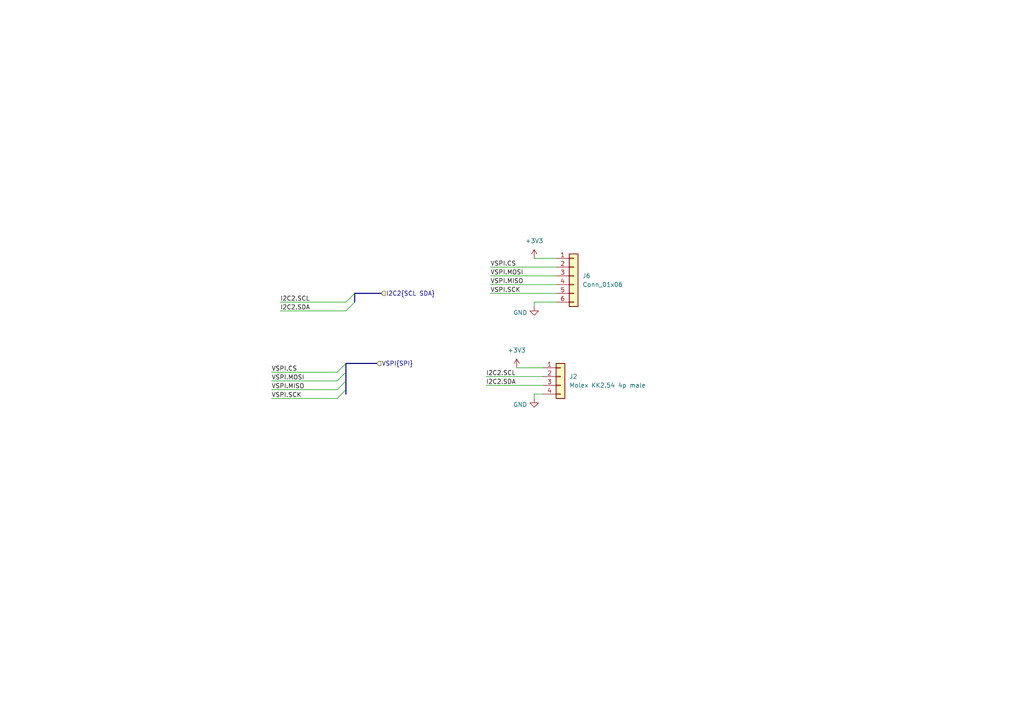
<source format=kicad_sch>
(kicad_sch (version 20231120) (generator "eeschema") (generator_version "8.0")
  (paper "A4")
  (title_block (date "2025-02-04") (rev "A") (company "Artem Horiunov") (comment 1 "DESIGNED IN POLAND"))
  (lib_symbols
    (symbol "Connector_Generic:Conn_01x04" (pin_names (offset 1.016) hide)
      (property "Reference" "J" (at 0 5.08 0))
      (property "Value" "Conn_01x04" (at 0 -7.62 0))
      (symbol "Conn_01x04_1_1"
        (rectangle (start -1.27 -4.953) (end 0 -5.207) (stroke (width 0.1524)))
        (rectangle (start -1.27 -2.413) (end 0 -2.667) (stroke (width 0.1524)))
        (rectangle (start -1.27 0.127) (end 0 -0.127) (stroke (width 0.1524)))
        (rectangle (start -1.27 2.667) (end 0 2.413) (stroke (width 0.1524)))
        (rectangle (start -1.27 3.81) (end 1.27 -6.35) (stroke (width 0.254)) (fill (type background)))
        (pin passive line (at -5.08 2.54 0) (length 3.81) (name "Pin_1") (number "1"))
        (pin passive line (at -5.08 0 0) (length 3.81) (name "Pin_2") (number "2"))
        (pin passive line (at -5.08 -2.54 0) (length 3.81) (name "Pin_3") (number "3"))
        (pin passive line (at -5.08 -5.08 0) (length 3.81) (name "Pin_4") (number "4"))
      )
    )
    (symbol "Connector_Generic:Conn_01x06" (pin_names (offset 1.016) hide)
      (property "Reference" "J" (at 0 7.62 0))
      (property "Value" "Conn_01x06" (at 0 -10.16 0))
      (symbol "Conn_01x06_1_1"
        (rectangle (start -1.27 -7.493) (end 0 -7.747) (stroke (width 0.1524)))
        (rectangle (start -1.27 -4.953) (end 0 -5.207) (stroke (width 0.1524)))
        (rectangle (start -1.27 -2.413) (end 0 -2.667) (stroke (width 0.1524)))
        (rectangle (start -1.27 0.127) (end 0 -0.127) (stroke (width 0.1524)))
        (rectangle (start -1.27 2.667) (end 0 2.413) (stroke (width 0.1524)))
        (rectangle (start -1.27 5.207) (end 0 4.953) (stroke (width 0.1524)))
        (rectangle (start -1.27 6.35) (end 1.27 -8.89) (stroke (width 0.254)) (fill (type background)))
        (pin passive line (at -5.08 5.08 0) (length 3.81) (name "Pin_1") (number "1"))
        (pin passive line (at -5.08 2.54 0) (length 3.81) (name "Pin_2") (number "2"))
        (pin passive line (at -5.08 0 0) (length 3.81) (name "Pin_3") (number "3"))
        (pin passive line (at -5.08 -2.54 0) (length 3.81) (name "Pin_4") (number "4"))
        (pin passive line (at -5.08 -5.08 0) (length 3.81) (name "Pin_5") (number "5"))
        (pin passive line (at -5.08 -7.62 0) (length 3.81) (name "Pin_6") (number "6"))
      )
    )
    (symbol "power:+3V3" (power) (pin_numbers hide) (pin_names (offset 0) hide)
      (property "Value" "+3V3" (at 0 3.556 0))
      (symbol "+3V3_0_1"
        (polyline (pts (xy -0.762 1.27) (xy 0 2.54)))
        (polyline (pts (xy 0 0) (xy 0 2.54)))
        (polyline (pts (xy 0 2.54) (xy 0.762 1.27)))
      )
      (symbol "+3V3_1_1"
        (pin power_in line (at 0 0 90) (length 0) (name "~") (number "1"))
      )
    )
    (symbol "power:GND" (power) (pin_numbers hide) (pin_names (offset 0) hide)
      (property "Value" "GND" (at 0 -3.81 0))
      (symbol "GND_0_1"
        (polyline (pts (xy 0 0) (xy 0 -1.27) (xy 1.27 -1.27) (xy 0 -2.54) (xy -1.27 -1.27) (xy 0 -1.27)))
      )
      (symbol "GND_1_1"
        (pin power_in line (at 0 0 270) (length 0) (name "~") (number "1"))
      )
    )
  )
  (bus_entry (at 100.33 110.49) (size -2.54 2.54))
  (bus_entry (at 100.33 113.03) (size -2.54 2.54))
  (bus_entry (at 102.87 85.09) (size -2.54 2.54))
  (bus_entry (at 100.33 107.95) (size -2.54 2.54))
  (bus_entry (at 102.87 87.63) (size -2.54 2.54))
  (bus_entry (at 100.33 105.41) (size -2.54 2.54))
  (wire (pts (xy 140.97 111.76) (xy 157.48 111.76)))
  (wire (pts (xy 142.24 85.09) (xy 161.29 85.09)))
  (wire (pts (xy 81.28 90.17) (xy 100.33 90.17)))
  (wire (pts (xy 154.94 74.93) (xy 161.29 74.93)))
  (wire (pts (xy 81.28 87.63) (xy 100.33 87.63)))
  (bus (pts (xy 100.33 110.49) (xy 100.33 113.03)))
  (wire (pts (xy 149.86 106.68) (xy 157.48 106.68)))
  (wire (pts (xy 154.94 114.3) (xy 157.48 114.3)))
  (wire (pts (xy 142.24 77.47) (xy 161.29 77.47)))
  (wire (pts (xy 78.74 115.57) (xy 97.79 115.57)))
  (wire (pts (xy 78.74 110.49) (xy 97.79 110.49)))
  (wire (pts (xy 140.97 109.22) (xy 157.48 109.22)))
  (bus (pts (xy 100.33 113.03) (xy 100.33 114.3)))
  (bus (pts (xy 100.33 105.41) (xy 100.33 107.95)))
  (wire (pts (xy 154.94 87.63) (xy 161.29 87.63)))
  (wire (pts (xy 154.94 88.9) (xy 154.94 87.63)))
  (bus (pts (xy 100.33 107.95) (xy 100.33 110.49)))
  (bus (pts (xy 110.49 85.09) (xy 102.87 85.09)))
  (wire (pts (xy 142.24 82.55) (xy 161.29 82.55)))
  (bus (pts (xy 102.87 85.09) (xy 102.87 87.63)))
  (wire (pts (xy 78.74 113.03) (xy 97.79 113.03)))
  (wire (pts (xy 78.74 107.95) (xy 97.79 107.95)))
  (wire (pts (xy 142.24 80.01) (xy 161.29 80.01)))
  (bus (pts (xy 109.22 105.41) (xy 100.33 105.41)))
  (wire (pts (xy 154.94 115.57) (xy 154.94 114.3)))
  (label "I2C2.SCL" (at 140.97 109.22 0))
  (label "VSPI.SCK" (at 142.24 85.09 0))
  (label "I2C2.SDA" (at 140.97 111.76 0))
  (label "VSPI.CS" (at 142.24 77.47 0))
  (label "VSPI.MISO" (at 78.74 113.03 0))
  (label "VSPI.MOSI" (at 78.74 110.49 0))
  (label "VSPI.MOSI" (at 142.24 80.01 0))
  (label "VSPI.SCK" (at 78.74 115.57 0))
  (label "I2C2.SCL" (at 81.28 87.63 0))
  (label "I2C2.SDA" (at 81.28 90.17 0))
  (label "VSPI.CS" (at 78.74 107.95 0))
  (label "VSPI.MISO" (at 142.24 82.55 0))
  (hierarchical_label "I2C2{SCL SDA}" (shape input) (at 110.49 85.09 0))
  (hierarchical_label "VSPI{SPI}" (shape input) (at 109.22 105.41 0))
  (symbol (lib_id "power:GND") (at 154.94 115.57 0) (unit 1)
    (property "Reference" "#PWR072" (effects (hide yes)))
    (property "Value" "GND" (at 150.876 117.348 0))
    (property "Description" "Power symbol creates a global label with name \"GND\" , ground" (effects (hide yes)))
  )
  (symbol (lib_id "Connector_Generic:Conn_01x04") (at 162.56 109.22 0) (unit 1)
    (property "Reference" "J2" (at 165.1 109.22 0) (effects (justify left)))
    (property "Value" "Molex KK2.54 4p male" (at 165.1 111.76 0) (effects (justify left)))
    (property "Footprint" "Connector_JST:JST_GH_BM04B-GHS-TBT_1x04-1MP_P1.25mm_Vertical" (effects (hide yes)))
    (property "Description" "Generic connector, single row, 01x04, script generated (kicad-library-utils/schlib/autogen/connector/)" (effects (hide yes)))
  )
  (symbol (lib_id "power:GND") (at 154.94 88.9 0) (unit 1)
    (property "Reference" "#PWR048" (effects (hide yes)))
    (property "Value" "GND" (at 150.876 90.678 0))
    (property "Description" "Power symbol creates a global label with name \"GND\" , ground" (effects (hide yes)))
  )
  (symbol (lib_id "Connector_Generic:Conn_01x06") (at 166.37 80.01 0) (unit 1)
    (property "Reference" "J6" (at 168.91 80.01 0) (effects (justify left)))
    (property "Value" "Conn_01x06" (at 168.91 82.55 0) (effects (justify left)))
    (property "Footprint" "Connector_JST:JST_GH_BM06B-GHS-TBT_1x06-1MP_P1.25mm_Vertical" (effects (hide yes)))
    (property "Description" "Generic connector, single row, 01x06, script generated (kicad-library-utils/schlib/autogen/connector/)" (effects (hide yes)))
  )
  (symbol (lib_id "power:+3V3") (at 154.94 74.93 0) (unit 1)
    (property "Reference" "#PWR047" (effects (hide yes)))
    (property "Value" "+3V3" (at 154.94 69.85 0))
    (property "Description" "Power symbol creates a global label with name \"+3V3\"" (effects (hide yes)))
  )
  (symbol (lib_id "power:+3V3") (at 149.86 106.68 0) (unit 1)
    (property "Reference" "#PWR071" (effects (hide yes)))
    (property "Value" "+3V3" (at 149.86 101.6 0))
    (property "Description" "Power symbol creates a global label with name \"+3V3\"" (effects (hide yes)))
  )
)
</source>
